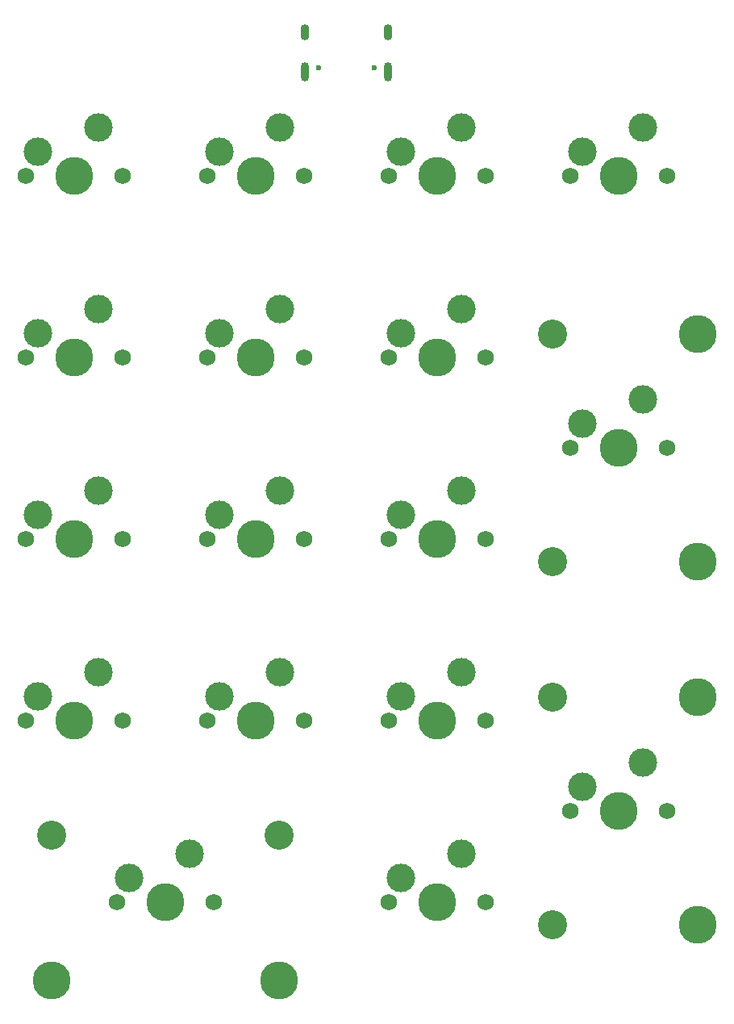
<source format=gts>
G04 #@! TF.GenerationSoftware,KiCad,Pcbnew,(6.0.1)*
G04 #@! TF.CreationDate,2022-02-22T23:39:04+09:00*
G04 #@! TF.ProjectId,SkeletonNumPad,536b656c-6574-46f6-9e4e-756d5061642e,rev?*
G04 #@! TF.SameCoordinates,Original*
G04 #@! TF.FileFunction,Soldermask,Top*
G04 #@! TF.FilePolarity,Negative*
%FSLAX46Y46*%
G04 Gerber Fmt 4.6, Leading zero omitted, Abs format (unit mm)*
G04 Created by KiCad (PCBNEW (6.0.1)) date 2022-02-22 23:39:04*
%MOMM*%
%LPD*%
G01*
G04 APERTURE LIST*
%ADD10C,0.600000*%
%ADD11O,0.900000X2.000000*%
%ADD12O,0.900000X1.700000*%
%ADD13C,1.750000*%
%ADD14C,3.000000*%
%ADD15C,3.987800*%
%ADD16C,3.048000*%
G04 APERTURE END LIST*
D10*
X136240000Y-36265000D03*
X130460000Y-36265000D03*
D11*
X129030000Y-36745000D03*
D12*
X137670000Y-32575000D03*
D11*
X137670000Y-36745000D03*
D12*
X129030000Y-32575000D03*
D13*
X147955000Y-123825000D03*
D14*
X145415000Y-118745000D03*
D15*
X142875000Y-123825000D03*
D13*
X137795000Y-123825000D03*
D14*
X139065000Y-121285000D03*
X107315000Y-61595000D03*
D15*
X104775000Y-66675000D03*
D13*
X109855000Y-66675000D03*
X99695000Y-66675000D03*
D14*
X100965000Y-64135000D03*
X120015000Y-45085000D03*
D13*
X128905000Y-47625000D03*
X118745000Y-47625000D03*
D15*
X123825000Y-47625000D03*
D14*
X126365000Y-42545000D03*
X158115000Y-45085000D03*
D13*
X156845000Y-47625000D03*
D15*
X161925000Y-47625000D03*
D14*
X164465000Y-42545000D03*
D13*
X167005000Y-47625000D03*
X118745000Y-66675000D03*
D14*
X120015000Y-64135000D03*
X126365000Y-61595000D03*
D13*
X128905000Y-66675000D03*
D15*
X123825000Y-66675000D03*
D14*
X145415000Y-99695000D03*
D13*
X147955000Y-104775000D03*
X137795000Y-104775000D03*
D15*
X142875000Y-104775000D03*
D14*
X139065000Y-102235000D03*
X158115000Y-111760000D03*
D15*
X170180000Y-126238000D03*
X161925000Y-114300000D03*
X170180000Y-102362000D03*
D13*
X156845000Y-114300000D03*
D16*
X154940000Y-102362000D03*
D13*
X167005000Y-114300000D03*
D14*
X164465000Y-109220000D03*
D16*
X154940000Y-126238000D03*
D15*
X123825000Y-104775000D03*
D13*
X128905000Y-104775000D03*
D14*
X126365000Y-99695000D03*
D13*
X118745000Y-104775000D03*
D14*
X120015000Y-102235000D03*
D13*
X99695000Y-85725000D03*
D14*
X107315000Y-80645000D03*
D15*
X104775000Y-85725000D03*
D14*
X100965000Y-83185000D03*
D13*
X109855000Y-85725000D03*
D14*
X139065000Y-83185000D03*
X145415000Y-80645000D03*
D13*
X137795000Y-85725000D03*
D15*
X142875000Y-85725000D03*
D13*
X147955000Y-85725000D03*
X99695000Y-47625000D03*
D14*
X100965000Y-45085000D03*
D15*
X104775000Y-47625000D03*
D14*
X107315000Y-42545000D03*
D13*
X109855000Y-47625000D03*
D14*
X164465000Y-71120000D03*
D16*
X154940000Y-64262000D03*
D13*
X156845000Y-76200000D03*
D14*
X158115000Y-73660000D03*
D15*
X170180000Y-64262000D03*
D13*
X167005000Y-76200000D03*
D15*
X170180000Y-88138000D03*
X161925000Y-76200000D03*
D16*
X154940000Y-88138000D03*
D14*
X126365000Y-80645000D03*
D13*
X118745000Y-85725000D03*
D14*
X120015000Y-83185000D03*
D13*
X128905000Y-85725000D03*
D15*
X123825000Y-85725000D03*
D14*
X145415000Y-61595000D03*
D13*
X147955000Y-66675000D03*
X137795000Y-66675000D03*
D15*
X142875000Y-66675000D03*
D14*
X139065000Y-64135000D03*
D15*
X102362000Y-132080000D03*
X114300000Y-123825000D03*
D16*
X102362000Y-116840000D03*
X126238000Y-116840000D03*
D13*
X119380000Y-123825000D03*
D15*
X126238000Y-132080000D03*
D14*
X116840000Y-118745000D03*
D13*
X109220000Y-123825000D03*
D14*
X110490000Y-121285000D03*
D13*
X99695000Y-104775000D03*
X109855000Y-104775000D03*
D15*
X104775000Y-104775000D03*
D14*
X100965000Y-102235000D03*
X107315000Y-99695000D03*
X139065000Y-45085000D03*
D15*
X142875000Y-47625000D03*
D13*
X137795000Y-47625000D03*
X147955000Y-47625000D03*
D14*
X145415000Y-42545000D03*
M02*

</source>
